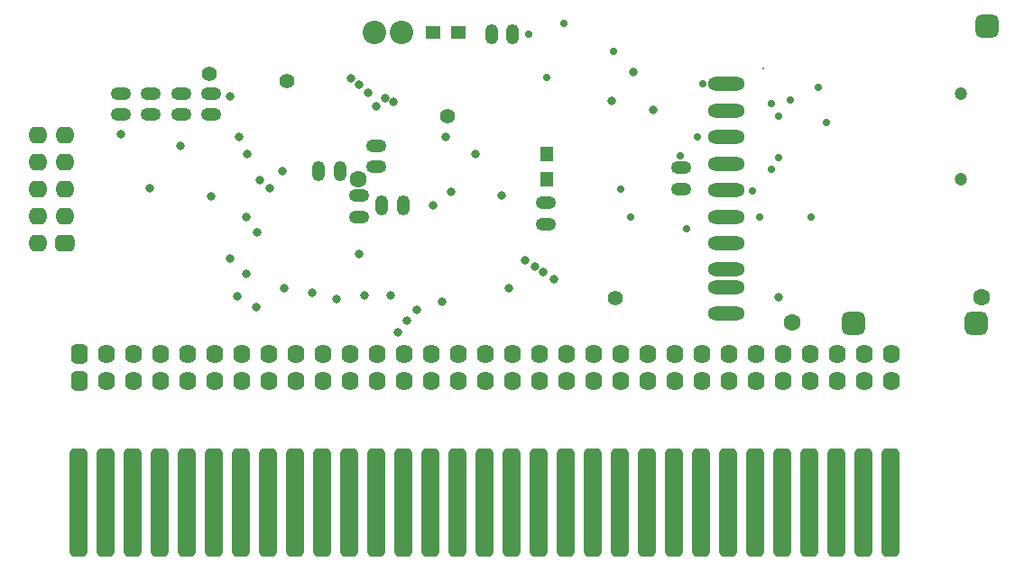
<source format=gts>
G04 Layer_Color=8388736*
%FSAX24Y24*%
%MOIN*%
G70*
G01*
G75*
%ADD43O,0.0749X0.0474*%
G04:AMPARAMS|DCode=44|XSize=67.1mil|YSize=401.7mil|CornerRadius=18.8mil|HoleSize=0mil|Usage=FLASHONLY|Rotation=0.000|XOffset=0mil|YOffset=0mil|HoleType=Round|Shape=RoundedRectangle|*
%AMROUNDEDRECTD44*
21,1,0.0671,0.3642,0,0,0.0*
21,1,0.0295,0.4017,0,0,0.0*
1,1,0.0375,0.0148,-0.1821*
1,1,0.0375,-0.0148,-0.1821*
1,1,0.0375,-0.0148,0.1821*
1,1,0.0375,0.0148,0.1821*
%
%ADD44ROUNDEDRECTD44*%
%ADD45O,0.0474X0.0749*%
%ADD46R,0.0513X0.0572*%
G04:AMPARAMS|DCode=47|XSize=86.6mil|YSize=86.6mil|CornerRadius=23.6mil|HoleSize=0mil|Usage=FLASHONLY|Rotation=0.000|XOffset=0mil|YOffset=0mil|HoleType=Round|Shape=RoundedRectangle|*
%AMROUNDEDRECTD47*
21,1,0.0866,0.0394,0,0,0.0*
21,1,0.0394,0.0866,0,0,0.0*
1,1,0.0472,0.0197,-0.0197*
1,1,0.0472,-0.0197,-0.0197*
1,1,0.0472,-0.0197,0.0197*
1,1,0.0472,0.0197,0.0197*
%
%ADD47ROUNDEDRECTD47*%
G04:AMPARAMS|DCode=48|XSize=86.7mil|YSize=86.7mil|CornerRadius=23.7mil|HoleSize=0mil|Usage=FLASHONLY|Rotation=0.000|XOffset=0mil|YOffset=0mil|HoleType=Round|Shape=RoundedRectangle|*
%AMROUNDEDRECTD48*
21,1,0.0867,0.0394,0,0,0.0*
21,1,0.0394,0.0867,0,0,0.0*
1,1,0.0474,0.0197,-0.0197*
1,1,0.0474,-0.0197,-0.0197*
1,1,0.0474,-0.0197,0.0197*
1,1,0.0474,0.0197,0.0197*
%
%ADD48ROUNDEDRECTD48*%
%ADD49O,0.1378X0.0512*%
%ADD50R,0.0572X0.0513*%
%ADD51O,0.0631X0.0710*%
G04:AMPARAMS|DCode=52|XSize=63.1mil|YSize=71mil|CornerRadius=17.8mil|HoleSize=0mil|Usage=FLASHONLY|Rotation=0.000|XOffset=0mil|YOffset=0mil|HoleType=Round|Shape=RoundedRectangle|*
%AMROUNDEDRECTD52*
21,1,0.0631,0.0354,0,0,0.0*
21,1,0.0276,0.0710,0,0,0.0*
1,1,0.0356,0.0138,-0.0177*
1,1,0.0356,-0.0138,-0.0177*
1,1,0.0356,-0.0138,0.0177*
1,1,0.0356,0.0138,0.0177*
%
%ADD52ROUNDEDRECTD52*%
%ADD53O,0.0710X0.0631*%
G04:AMPARAMS|DCode=54|XSize=63.1mil|YSize=71mil|CornerRadius=17.8mil|HoleSize=0mil|Usage=FLASHONLY|Rotation=90.000|XOffset=0mil|YOffset=0mil|HoleType=Round|Shape=RoundedRectangle|*
%AMROUNDEDRECTD54*
21,1,0.0631,0.0354,0,0,90.0*
21,1,0.0276,0.0710,0,0,90.0*
1,1,0.0356,0.0177,0.0138*
1,1,0.0356,0.0177,-0.0138*
1,1,0.0356,-0.0177,-0.0138*
1,1,0.0356,-0.0177,0.0138*
%
%ADD54ROUNDEDRECTD54*%
%ADD55C,0.0080*%
%ADD56C,0.0867*%
%ADD57C,0.0277*%
%ADD58C,0.0552*%
%ADD59C,0.0316*%
%ADD60C,0.0474*%
%ADD61C,0.0631*%
G54D43*
X025581Y030118D02*
D03*
Y030906D02*
D03*
X024469D02*
D03*
Y030118D02*
D03*
X023356D02*
D03*
Y030906D02*
D03*
X022244D02*
D03*
Y030118D02*
D03*
X031063Y027126D02*
D03*
Y026339D02*
D03*
X031693Y028189D02*
D03*
Y028976D02*
D03*
X037963Y026073D02*
D03*
Y026860D02*
D03*
X042953Y027362D02*
D03*
Y028150D02*
D03*
G54D44*
X020699Y015748D02*
D03*
X021699D02*
D03*
X022699D02*
D03*
X023699D02*
D03*
X024699D02*
D03*
X025699D02*
D03*
X026699D02*
D03*
X027699D02*
D03*
X028699D02*
D03*
X029699D02*
D03*
X030699D02*
D03*
X031699D02*
D03*
X032699D02*
D03*
X033699D02*
D03*
X034699D02*
D03*
X035699D02*
D03*
X036699D02*
D03*
X037699D02*
D03*
X038699D02*
D03*
X039699D02*
D03*
X040699D02*
D03*
X041699D02*
D03*
X042699D02*
D03*
X043699D02*
D03*
X044699D02*
D03*
X045699D02*
D03*
X046699D02*
D03*
X047699D02*
D03*
X048699D02*
D03*
X049699D02*
D03*
X050699D02*
D03*
G54D45*
X029567Y028031D02*
D03*
X030354D02*
D03*
X031890Y026772D02*
D03*
X032677D02*
D03*
X035945Y033110D02*
D03*
X036732D02*
D03*
G54D46*
X037982Y027736D02*
D03*
Y028661D02*
D03*
G54D47*
X053853Y022402D02*
D03*
G54D48*
X049325Y022402D02*
D03*
X054246Y033386D02*
D03*
G54D49*
X044601Y022756D02*
D03*
X044606Y023740D02*
D03*
Y024409D02*
D03*
Y025354D02*
D03*
Y026339D02*
D03*
Y027323D02*
D03*
Y028307D02*
D03*
Y029291D02*
D03*
Y030276D02*
D03*
X044601Y031260D02*
D03*
G54D50*
X033789Y033150D02*
D03*
X034715D02*
D03*
G54D51*
X021717Y020276D02*
D03*
Y021276D02*
D03*
X022717D02*
D03*
Y020276D02*
D03*
X023717D02*
D03*
X023717Y021276D02*
D03*
X024717D02*
D03*
X024717Y020276D02*
D03*
X025717D02*
D03*
X025717Y021276D02*
D03*
X026717Y021276D02*
D03*
Y020276D02*
D03*
X027717D02*
D03*
Y021276D02*
D03*
X028717Y021276D02*
D03*
X028717Y020276D02*
D03*
X029717D02*
D03*
Y021276D02*
D03*
X030717Y021276D02*
D03*
Y020276D02*
D03*
X031717D02*
D03*
Y021276D02*
D03*
X032717Y021276D02*
D03*
Y020276D02*
D03*
X033717D02*
D03*
X033717Y021276D02*
D03*
X034717D02*
D03*
Y020276D02*
D03*
X035717D02*
D03*
Y021276D02*
D03*
X036717Y021276D02*
D03*
Y020276D02*
D03*
X037717D02*
D03*
X037717Y021276D02*
D03*
X038717Y021276D02*
D03*
Y020276D02*
D03*
X039717D02*
D03*
Y021276D02*
D03*
X040717D02*
D03*
Y020276D02*
D03*
X041717D02*
D03*
Y021276D02*
D03*
X042717D02*
D03*
X042717Y020276D02*
D03*
X043717D02*
D03*
Y021276D02*
D03*
X044717Y021276D02*
D03*
Y020276D02*
D03*
X045717D02*
D03*
Y021276D02*
D03*
X046717D02*
D03*
X046717Y020276D02*
D03*
X047717D02*
D03*
X048717D02*
D03*
Y021276D02*
D03*
X047717Y021276D02*
D03*
X049717Y021276D02*
D03*
Y020276D02*
D03*
X050717D02*
D03*
Y021276D02*
D03*
G54D52*
X020717Y020276D02*
D03*
Y021276D02*
D03*
G54D53*
X019185Y025362D02*
D03*
Y026362D02*
D03*
Y027362D02*
D03*
X020185D02*
D03*
Y026362D02*
D03*
Y028362D02*
D03*
X019185D02*
D03*
Y029362D02*
D03*
X020185D02*
D03*
G54D54*
X020185Y025362D02*
D03*
G54D55*
X045979Y031831D02*
D03*
G54D56*
X032626Y033150D02*
D03*
X031626D02*
D03*
G54D57*
X037982Y031496D02*
D03*
X037313Y033110D02*
D03*
X038632Y033504D02*
D03*
X040463Y032470D02*
D03*
X043543Y029291D02*
D03*
X042933Y028593D02*
D03*
X045591Y027313D02*
D03*
X045846Y026339D02*
D03*
X046565Y028514D02*
D03*
X047756Y026339D02*
D03*
X046270Y028091D02*
D03*
X048307Y029823D02*
D03*
X048002Y031132D02*
D03*
X046998Y030669D02*
D03*
X046565Y030059D02*
D03*
X046270Y030531D02*
D03*
X043740Y031270D02*
D03*
X040718Y027362D02*
D03*
X041073Y026339D02*
D03*
X043159Y025906D02*
D03*
G54D58*
X028396Y031378D02*
D03*
X025531Y031644D02*
D03*
X034321Y030049D02*
D03*
X040532Y023337D02*
D03*
G54D59*
X026555Y023386D02*
D03*
X027254Y022982D02*
D03*
X028268Y023691D02*
D03*
X029311Y023543D02*
D03*
X030217Y023307D02*
D03*
X031260Y023415D02*
D03*
X032825Y022490D02*
D03*
X032500Y022077D02*
D03*
X034104Y023189D02*
D03*
X033169Y022884D02*
D03*
X032205Y023435D02*
D03*
X031063Y024961D02*
D03*
X033780Y026772D02*
D03*
X034449Y027264D02*
D03*
X036329Y027126D02*
D03*
X037195Y024744D02*
D03*
X037539Y024498D02*
D03*
X037844Y024291D02*
D03*
X038238Y024045D02*
D03*
X036585Y023691D02*
D03*
X035354Y028671D02*
D03*
X034252Y029281D02*
D03*
X032333Y030600D02*
D03*
X031063Y031220D02*
D03*
X031388Y030915D02*
D03*
X031693Y030433D02*
D03*
X032008Y030738D02*
D03*
X030738Y031467D02*
D03*
X028228Y028031D02*
D03*
X027746Y027402D02*
D03*
X026929Y028661D02*
D03*
X026604Y029281D02*
D03*
X027372Y027697D02*
D03*
X026870Y026319D02*
D03*
X027274Y025748D02*
D03*
X026880Y024232D02*
D03*
X026270Y024813D02*
D03*
X025571Y027106D02*
D03*
X024459Y028976D02*
D03*
X023327Y027392D02*
D03*
X022234Y029390D02*
D03*
X026270Y030807D02*
D03*
X040384Y030640D02*
D03*
X041171Y031713D02*
D03*
X041929Y030285D02*
D03*
X046545Y023366D02*
D03*
G54D60*
X053268Y027746D02*
D03*
Y030896D02*
D03*
G54D61*
X031024Y027736D02*
D03*
X047047Y022421D02*
D03*
X054065Y023376D02*
D03*
M02*

</source>
